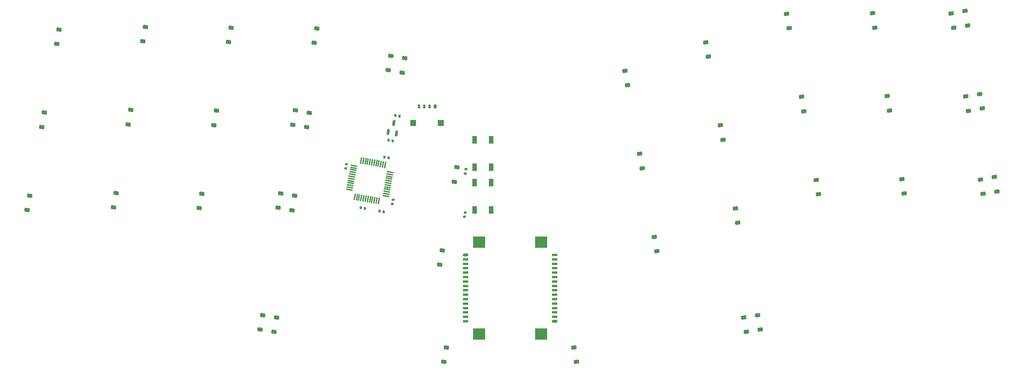
<source format=gbr>
%TF.GenerationSoftware,KiCad,Pcbnew,7.0.8*%
%TF.CreationDate,2023-11-01T12:08:13-07:00*%
%TF.ProjectId,Redwood,52656477-6f6f-4642-9e6b-696361645f70,rev?*%
%TF.SameCoordinates,Original*%
%TF.FileFunction,Paste,Bot*%
%TF.FilePolarity,Positive*%
%FSLAX46Y46*%
G04 Gerber Fmt 4.6, Leading zero omitted, Abs format (unit mm)*
G04 Created by KiCad (PCBNEW 7.0.8) date 2023-11-01 12:08:13*
%MOMM*%
%LPD*%
G01*
G04 APERTURE LIST*
G04 Aperture macros list*
%AMRoundRect*
0 Rectangle with rounded corners*
0 $1 Rounding radius*
0 $2 $3 $4 $5 $6 $7 $8 $9 X,Y pos of 4 corners*
0 Add a 4 corners polygon primitive as box body*
4,1,4,$2,$3,$4,$5,$6,$7,$8,$9,$2,$3,0*
0 Add four circle primitives for the rounded corners*
1,1,$1+$1,$2,$3*
1,1,$1+$1,$4,$5*
1,1,$1+$1,$6,$7*
1,1,$1+$1,$8,$9*
0 Add four rect primitives between the rounded corners*
20,1,$1+$1,$2,$3,$4,$5,0*
20,1,$1+$1,$4,$5,$6,$7,0*
20,1,$1+$1,$6,$7,$8,$9,0*
20,1,$1+$1,$8,$9,$2,$3,0*%
G04 Aperture macros list end*
%ADD10O,1.300000X0.600000*%
%ADD11R,1.300000X0.600000*%
%ADD12R,2.800000X2.550000*%
%ADD13RoundRect,0.225000X0.330232X-0.286700X0.408374X0.156464X-0.330232X0.286700X-0.408374X-0.156464X0*%
%ADD14R,1.100000X1.800000*%
%ADD15RoundRect,0.140000X-0.167393X-0.143107X0.108353X-0.191728X0.167393X0.143107X-0.108353X0.191728X0*%
%ADD16RoundRect,0.225000X0.408374X-0.156464X0.330232X0.286700X-0.408374X0.156464X-0.330232X-0.286700X0*%
%ADD17RoundRect,0.140000X-0.143107X0.167393X-0.191728X-0.108353X0.143107X-0.167393X0.191728X0.108353X0*%
%ADD18RoundRect,0.375000X0.000000X-0.125000X0.000000X0.125000X0.000000X0.125000X0.000000X-0.125000X0*%
%ADD19R,0.600000X0.850000*%
%ADD20R,1.000000X1.000000*%
%ADD21RoundRect,0.140000X0.167393X0.143107X-0.108353X0.191728X-0.167393X-0.143107X0.108353X-0.191728X0*%
%ADD22RoundRect,0.135000X0.158747X-0.165074X0.205632X0.100824X-0.158747X0.165074X-0.205632X-0.100824X0*%
%ADD23RoundRect,0.150000X0.058726X-0.530761X0.236716X0.478667X-0.058726X0.530761X-0.236716X-0.478667X0*%
%ADD24RoundRect,0.075000X-0.041181X-0.665459X0.188902X0.639412X0.041181X0.665459X-0.188902X-0.639412X0*%
%ADD25RoundRect,0.075000X0.639412X-0.188902X0.665459X-0.041181X-0.639412X0.188902X-0.665459X0.041181X0*%
G04 APERTURE END LIST*
%TO.C,J1*%
G36*
X120197969Y-54904985D02*
G01*
X121497969Y-54904985D01*
X121497969Y-56304985D01*
X120197969Y-56304985D01*
X120197969Y-54904985D01*
G37*
G36*
X113997969Y-54904985D02*
G01*
X115297969Y-54904985D01*
X115297969Y-56304985D01*
X113997969Y-56304985D01*
X113997969Y-54904985D01*
G37*
%TD*%
D10*
%TO.C,J2*%
X146475893Y-100399984D03*
D11*
X146475893Y-99399984D03*
X146475893Y-98399984D03*
X146475893Y-97399984D03*
X146475893Y-96399984D03*
X146475893Y-95399984D03*
X146475893Y-94399984D03*
X146475893Y-93399984D03*
X146475893Y-92399984D03*
X146475893Y-91399984D03*
X146475893Y-90399984D03*
X146475893Y-89399984D03*
X146475893Y-88399984D03*
X146475893Y-87399984D03*
X146475893Y-86399984D03*
X146475893Y-85399984D03*
D12*
X143425893Y-82524984D03*
X143425893Y-103274984D03*
%TD*%
D13*
%TO.C,D40*%
X80140705Y-102251237D03*
X80713743Y-99001371D03*
%TD*%
D14*
%TO.C,SW1*%
X132218157Y-65582310D03*
X132218157Y-59382310D03*
X128518157Y-65582310D03*
X128518157Y-59382310D03*
%TD*%
D15*
%TO.C,C7*%
X109116157Y-59490897D03*
X110061573Y-59657599D03*
%TD*%
D16*
%TO.C,D27*%
X202674936Y-52961294D03*
X202101898Y-49711428D03*
%TD*%
D17*
%TO.C,C2*%
X99626809Y-64876406D03*
X99460107Y-65821822D03*
%TD*%
D13*
%TO.C,D15*%
X66434637Y-74848647D03*
X67007675Y-71598781D03*
%TD*%
D16*
%TO.C,D22*%
X218689710Y-34081024D03*
X218116672Y-30831158D03*
%TD*%
D18*
%TO.C,J1*%
X119547969Y-51854985D03*
D19*
X118347969Y-51854985D03*
X117147969Y-51854985D03*
X115947969Y-51854985D03*
D20*
X120847969Y-55604985D03*
X114647969Y-55604985D03*
%TD*%
D13*
%TO.C,D3*%
X73050631Y-37327471D03*
X73623669Y-34077605D03*
%TD*%
D21*
%TO.C,C5*%
X109128736Y-63485261D03*
X108183320Y-63318559D03*
%TD*%
D16*
%TO.C,D28*%
X221986855Y-52780060D03*
X221413817Y-49530194D03*
%TD*%
D13*
%TO.C,D2*%
X53738712Y-37146238D03*
X54311750Y-33896372D03*
%TD*%
%TO.C,D11*%
X90617937Y-56544956D03*
X91190975Y-53295090D03*
%TD*%
D16*
%TO.C,D29*%
X239735395Y-52874494D03*
X239162357Y-49624628D03*
%TD*%
D14*
%TO.C,SW2*%
X128518157Y-69034309D03*
X128518157Y-75234309D03*
X132218157Y-69034309D03*
X132218157Y-75234309D03*
%TD*%
D16*
%TO.C,D31*%
X169564425Y-84591407D03*
X168991387Y-81341541D03*
%TD*%
%TO.C,D38*%
X189701437Y-102802571D03*
X189128399Y-99552705D03*
%TD*%
%TO.C,D35*%
X243043392Y-71635082D03*
X242470354Y-68385216D03*
%TD*%
D15*
%TO.C,C6*%
X110582222Y-53940655D03*
X111527638Y-54107357D03*
%TD*%
D22*
%TO.C,R1*%
X126327491Y-67035735D03*
X126504613Y-66031231D03*
%TD*%
D13*
%TO.C,D4*%
X92362552Y-37508704D03*
X92935590Y-34258838D03*
%TD*%
D15*
%TO.C,C3*%
X107066767Y-75501764D03*
X108012183Y-75668466D03*
%TD*%
D16*
%TO.C,D39*%
X192828198Y-102251237D03*
X192255160Y-99001371D03*
%TD*%
D13*
%TO.C,D18*%
X120601685Y-87623738D03*
X121174723Y-84373872D03*
%TD*%
D16*
%TO.C,D20*%
X181157684Y-40635469D03*
X180584646Y-37385603D03*
%TD*%
D13*
%TO.C,D16*%
X84183173Y-74754213D03*
X84756211Y-71504347D03*
%TD*%
%TO.C,D8*%
X50430713Y-55906826D03*
X51003751Y-52656960D03*
%TD*%
D16*
%TO.C,D24*%
X239554161Y-33562574D03*
X238981123Y-30312708D03*
%TD*%
D13*
%TO.C,D14*%
X47122714Y-74667413D03*
X47695752Y-71417547D03*
%TD*%
D16*
%TO.C,D21*%
X199366938Y-34200706D03*
X198793900Y-30950840D03*
%TD*%
%TO.C,D23*%
X236427397Y-34113906D03*
X235854359Y-30864040D03*
%TD*%
D13*
%TO.C,D5*%
X109008424Y-43667800D03*
X109581462Y-40417934D03*
%TD*%
D17*
%TO.C,C8*%
X126324196Y-75830780D03*
X126157494Y-76776196D03*
%TD*%
D16*
%TO.C,D37*%
X151398569Y-109556397D03*
X150825531Y-106306531D03*
%TD*%
D13*
%TO.C,D13*%
X27672960Y-75267871D03*
X28245998Y-72018005D03*
%TD*%
%TO.C,D1*%
X34288958Y-37746696D03*
X34861996Y-34496830D03*
%TD*%
D17*
%TO.C,C1*%
X110065021Y-72963847D03*
X109898319Y-73909263D03*
%TD*%
D13*
%TO.C,D10*%
X87491172Y-55993624D03*
X88064210Y-52743758D03*
%TD*%
%TO.C,D41*%
X83267464Y-102802569D03*
X83840502Y-99552703D03*
%TD*%
D16*
%TO.C,D26*%
X184465682Y-59396056D03*
X183892644Y-56146190D03*
%TD*%
%TO.C,D33*%
X205982932Y-71721882D03*
X205409894Y-68472016D03*
%TD*%
%TO.C,D25*%
X166256427Y-65830818D03*
X165683389Y-62580952D03*
%TD*%
D13*
%TO.C,D6*%
X112135189Y-44219133D03*
X112708227Y-40969267D03*
%TD*%
%TO.C,D9*%
X69742634Y-56088059D03*
X70315672Y-52838193D03*
%TD*%
D23*
%TO.C,U1*%
X110835091Y-57977391D03*
X108963956Y-57647459D03*
X110294573Y-55571987D03*
%TD*%
D15*
%TO.C,C4*%
X102814367Y-74751950D03*
X103759783Y-74918652D03*
%TD*%
D13*
%TO.C,D42*%
X121570332Y-109556396D03*
X122143370Y-106306530D03*
%TD*%
D10*
%TO.C,J3*%
X126477470Y-85399985D03*
D11*
X126477470Y-86399985D03*
X126477470Y-87399985D03*
X126477470Y-88399985D03*
X126477470Y-89399985D03*
X126477470Y-90399985D03*
X126477470Y-91399985D03*
X126477470Y-92399985D03*
X126477470Y-93399985D03*
X126477470Y-94399985D03*
X126477470Y-95399985D03*
X126477470Y-96399985D03*
X126477470Y-97399985D03*
X126477470Y-98399985D03*
X126477470Y-99399985D03*
X126477470Y-100399985D03*
D12*
X129527470Y-103274985D03*
X129527470Y-82524985D03*
%TD*%
D24*
%TO.C,U2*%
X106875433Y-73246781D03*
X106383029Y-73159957D03*
X105890625Y-73073133D03*
X105398221Y-72986308D03*
X104905817Y-72899484D03*
X104413413Y-72812660D03*
X103921010Y-72725836D03*
X103428606Y-72639012D03*
X102936202Y-72552188D03*
X102443798Y-72465364D03*
X101951394Y-72378540D03*
X101458990Y-72291716D03*
D25*
X100313227Y-70655397D03*
X100400051Y-70162993D03*
X100486875Y-69670589D03*
X100573700Y-69178185D03*
X100660524Y-68685781D03*
X100747348Y-68193377D03*
X100834172Y-67700974D03*
X100920996Y-67208570D03*
X101007820Y-66716166D03*
X101094644Y-66223762D03*
X101181468Y-65731358D03*
X101268292Y-65238954D03*
D24*
X102904611Y-64093191D03*
X103397015Y-64180015D03*
X103889419Y-64266839D03*
X104381823Y-64353664D03*
X104874227Y-64440488D03*
X105366631Y-64527312D03*
X105859034Y-64614136D03*
X106351438Y-64700960D03*
X106843842Y-64787784D03*
X107336246Y-64874608D03*
X107828650Y-64961432D03*
X108321054Y-65048256D03*
D25*
X109466817Y-66684575D03*
X109379993Y-67176979D03*
X109293169Y-67669383D03*
X109206344Y-68161787D03*
X109119520Y-68654191D03*
X109032696Y-69146595D03*
X108945872Y-69638998D03*
X108859048Y-70131402D03*
X108772224Y-70623806D03*
X108685400Y-71116210D03*
X108598576Y-71608614D03*
X108511752Y-72101018D03*
%TD*%
D16*
%TO.C,D34*%
X225294854Y-71540649D03*
X224721816Y-68290783D03*
%TD*%
%TO.C,D19*%
X162948426Y-47070232D03*
X162375388Y-43820366D03*
%TD*%
%TO.C,D36*%
X246170157Y-71083749D03*
X245597119Y-67833883D03*
%TD*%
D13*
%TO.C,D7*%
X30980959Y-56507283D03*
X31553997Y-53257417D03*
%TD*%
D16*
%TO.C,D30*%
X242862158Y-52323161D03*
X242289120Y-49073295D03*
%TD*%
D13*
%TO.C,D17*%
X87309940Y-75305546D03*
X87882978Y-72055680D03*
%TD*%
%TO.C,D12*%
X123909681Y-68863150D03*
X124482719Y-65613284D03*
%TD*%
D16*
%TO.C,D32*%
X187773679Y-78156644D03*
X187200641Y-74906778D03*
%TD*%
M02*

</source>
